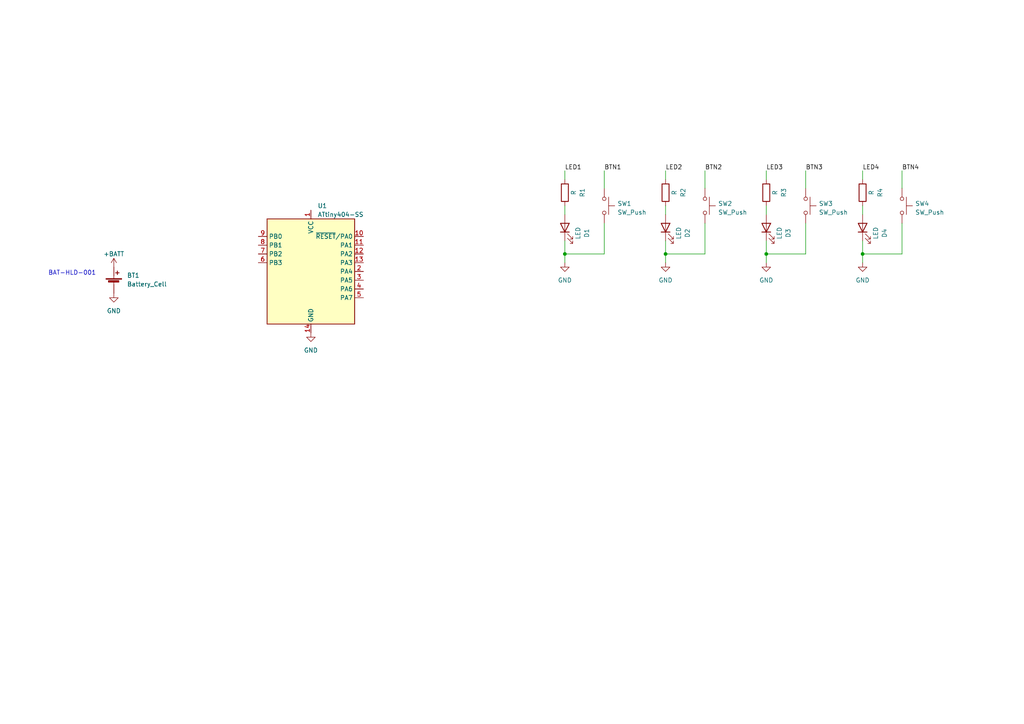
<source format=kicad_sch>
(kicad_sch (version 20230121) (generator eeschema)
  (paper "A4")
  (lib_symbols
    (symbol "Device:Battery_Cell" (pin_numbers hide) (pin_names (offset 0) hide)
      (property "Reference" "BT" (at 2.54 2.54 0))
      (property "Value" "Battery_Cell" (at 2.54 0 0))
      (symbol "Battery_Cell_0_1"
        (rectangle (start -2.286 1.778) (end 2.286 1.524) (fill (type outline)))
        (rectangle (start -1.5748 1.1938) (end 1.4732 0.6858) (fill (type outline)))
        (polyline (pts (xy 0 0.762) (xy 0 0)))
        (polyline (pts (xy 0 1.778) (xy 0 2.54)))
        (polyline (pts (xy 0.508 3.429) (xy 1.524 3.429)) (stroke (width 0.254)))
        (polyline (pts (xy 1.016 3.937) (xy 1.016 2.921)) (stroke (width 0.254)))
      )
      (symbol "Battery_Cell_1_1"
        (pin passive line (at 0 5.08 270) (length 2.54) (name "+") (number "1"))
        (pin passive line (at 0 -2.54 90) (length 2.54) (name "-") (number "2"))
      )
    )
    (symbol "Device:LED" (pin_numbers hide) (pin_names (offset 1.016) hide)
      (property "Reference" "D" (at 0 2.54 0))
      (property "Value" "LED" (at 0 -2.54 0))
      (symbol "LED_0_1"
        (polyline (pts (xy -1.27 -1.27) (xy -1.27 1.27)) (stroke (width 0.254)))
        (polyline (pts (xy -1.27 0) (xy 1.27 0)))
        (polyline (pts (xy 1.27 -1.27) (xy 1.27 1.27) (xy -1.27 0) (xy 1.27 -1.27)) (stroke (width 0.254)))
        (polyline (pts (xy -3.048 -0.762) (xy -4.572 -2.286) (xy -3.81 -2.286) (xy -4.572 -2.286) (xy -4.572 -1.524)))
        (polyline (pts (xy -1.778 -0.762) (xy -3.302 -2.286) (xy -2.54 -2.286) (xy -3.302 -2.286) (xy -3.302 -1.524)))
      )
      (symbol "LED_1_1"
        (pin passive line (at -3.81 0 0) (length 2.54) (name "K") (number "1"))
        (pin passive line (at 3.81 0 180) (length 2.54) (name "A") (number "2"))
      )
    )
    (symbol "Device:R" (pin_numbers hide) (pin_names (offset 0))
      (property "Reference" "R" (at 2.032 0 90))
      (property "Value" "R" (at 0 0 90))
      (symbol "R_0_1"
        (rectangle (start -1.016 -2.54) (end 1.016 2.54) (stroke (width 0.254)))
      )
      (symbol "R_1_1"
        (pin passive line (at 0 3.81 270) (length 1.27) (name "~") (number "1"))
        (pin passive line (at 0 -3.81 90) (length 1.27) (name "~") (number "2"))
      )
    )
    (symbol "MCU_Microchip_ATtiny:ATtiny404-SS"
      (property "Reference" "U" (at -12.7 16.51 0))
      (property "Value" "ATtiny404-SS" (at 2.54 -16.51 0))
      (symbol "ATtiny404-SS_0_1"
        (rectangle (start -12.7 -15.24) (end 12.7 15.24) (stroke (width 0.254)) (fill (type background)))
      )
      (symbol "ATtiny404-SS_1_1"
        (pin power_in line (at 0 17.78 270) (length 2.54) (name "VCC") (number "1"))
        (pin bidirectional line (at 15.24 10.16 180) (length 2.54) (name "~{RESET}/PA0") (number "10"))
        (pin bidirectional line (at 15.24 7.62 180) (length 2.54) (name "PA1") (number "11"))
        (pin bidirectional line (at 15.24 5.08 180) (length 2.54) (name "PA2") (number "12"))
        (pin bidirectional line (at 15.24 2.54 180) (length 2.54) (name "PA3") (number "13"))
        (pin power_in line (at 0 -17.78 90) (length 2.54) (name "GND") (number "14"))
        (pin bidirectional line (at 15.24 0 180) (length 2.54) (name "PA4") (number "2"))
        (pin bidirectional line (at 15.24 -2.54 180) (length 2.54) (name "PA5") (number "3"))
        (pin bidirectional line (at 15.24 -5.08 180) (length 2.54) (name "PA6") (number "4"))
        (pin bidirectional line (at 15.24 -7.62 180) (length 2.54) (name "PA7") (number "5"))
        (pin bidirectional line (at -15.24 2.54 0) (length 2.54) (name "PB3") (number "6"))
        (pin bidirectional line (at -15.24 5.08 0) (length 2.54) (name "PB2") (number "7"))
        (pin bidirectional line (at -15.24 7.62 0) (length 2.54) (name "PB1") (number "8"))
        (pin bidirectional line (at -15.24 10.16 0) (length 2.54) (name "PB0") (number "9"))
      )
    )
    (symbol "Switch:SW_Push" (pin_numbers hide) (pin_names (offset 1.016) hide)
      (property "Reference" "SW" (at 1.27 2.54 0))
      (property "Value" "SW_Push" (at 0 -1.524 0))
      (symbol "SW_Push_0_1"
        (circle (center -2.032 0) (radius 0.508))
        (polyline (pts (xy 0 1.27) (xy 0 3.048)))
        (polyline (pts (xy 2.54 1.27) (xy -2.54 1.27)))
        (circle (center 2.032 0) (radius 0.508))
        (pin passive line (at -5.08 0 0) (length 2.54) (name "1") (number "1"))
        (pin passive line (at 5.08 0 180) (length 2.54) (name "2") (number "2"))
      )
    )
    (symbol "power:+BATT" (power) (pin_names (offset 0))
      (property "Value" "+BATT" (at 0 3.556 0))
      (symbol "+BATT_0_1"
        (polyline (pts (xy -0.762 1.27) (xy 0 2.54)))
        (polyline (pts (xy 0 0) (xy 0 2.54)))
        (polyline (pts (xy 0 2.54) (xy 0.762 1.27)))
      )
      (symbol "+BATT_1_1"
        (pin power_in line (at 0 0 90) (length 0) hide (name "+BATT") (number "1"))
      )
    )
    (symbol "power:GND" (power) (pin_names (offset 0))
      (property "Value" "GND" (at 0 -3.81 0))
      (symbol "GND_0_1"
        (polyline (pts (xy 0 0) (xy 0 -1.27) (xy 1.27 -1.27) (xy 0 -2.54) (xy -1.27 -1.27) (xy 0 -1.27)))
      )
      (symbol "GND_1_1"
        (pin power_in line (at 0 0 270) (length 0) hide (name "GND") (number "1"))
      )
    )
  )
  (junction (at 163.83 73.66))
  (junction (at 193.04 73.66))
  (junction (at 222.25 73.66))
  (junction (at 250.19 73.66))
  (wire (pts (xy 222.25 49.53) (xy 222.25 52.07)))
  (wire (pts (xy 250.19 49.53) (xy 250.19 52.07)))
  (wire (pts (xy 222.25 59.69) (xy 222.25 62.23)))
  (wire (pts (xy 222.25 73.66) (xy 222.25 69.85)))
  (wire (pts (xy 193.04 73.66) (xy 193.04 69.85)))
  (wire (pts (xy 261.62 64.77) (xy 261.62 73.66)))
  (wire (pts (xy 175.26 49.53) (xy 175.26 54.61)))
  (wire (pts (xy 204.47 73.66) (xy 193.04 73.66)))
  (wire (pts (xy 222.25 76.2) (xy 222.25 73.66)))
  (wire (pts (xy 233.68 73.66) (xy 222.25 73.66)))
  (wire (pts (xy 175.26 73.66) (xy 163.83 73.66)))
  (wire (pts (xy 163.83 73.66) (xy 163.83 69.85)))
  (wire (pts (xy 193.04 76.2) (xy 193.04 73.66)))
  (wire (pts (xy 204.47 49.53) (xy 204.47 54.61)))
  (wire (pts (xy 250.19 73.66) (xy 250.19 69.85)))
  (wire (pts (xy 261.62 49.53) (xy 261.62 54.61)))
  (wire (pts (xy 193.04 59.69) (xy 193.04 62.23)))
  (wire (pts (xy 204.47 64.77) (xy 204.47 73.66)))
  (wire (pts (xy 233.68 64.77) (xy 233.68 73.66)))
  (wire (pts (xy 261.62 73.66) (xy 250.19 73.66)))
  (wire (pts (xy 250.19 76.2) (xy 250.19 73.66)))
  (wire (pts (xy 163.83 59.69) (xy 163.83 62.23)))
  (wire (pts (xy 233.68 49.53) (xy 233.68 54.61)))
  (wire (pts (xy 163.83 76.2) (xy 163.83 73.66)))
  (wire (pts (xy 193.04 49.53) (xy 193.04 52.07)))
  (wire (pts (xy 175.26 64.77) (xy 175.26 73.66)))
  (wire (pts (xy 250.19 59.69) (xy 250.19 62.23)))
  (wire (pts (xy 163.83 49.53) (xy 163.83 52.07)))
  (text "BAT-HLD-001" (at 13.97 80.01 0) (effects (font (size 1.27 1.27)) (justify left bottom)))
  (label "BTN3" (at 233.68 49.53 0))
  (label "LED1" (at 163.83 49.53 0))
  (label "LED3" (at 222.25 49.53 0))
  (label "BTN1" (at 175.26 49.53 0))
  (label "BTN2" (at 204.47 49.53 0))
  (label "LED4" (at 250.19 49.53 0))
  (label "BTN4" (at 261.62 49.53 0))
  (label "LED2" (at 193.04 49.53 0))
  (symbol (lib_id "MCU_Microchip_ATtiny:ATtiny404-SS") (at 90.17 78.74 0) (unit 1)
    (property "Reference" "U1" (at 92.1259 59.69 0) (effects (justify left)))
    (property "Value" "ATtiny404-SS" (at 92.1259 62.23 0) (effects (justify left)))
    (property "Footprint" "Package_SO:SOIC-14_3.9x8.7mm_P1.27mm" (effects hide))
    (property "Datasheet" "http://ww1.microchip.com/downloads/en/DeviceDoc/50002687A.pdf" (effects hide))
  )
  (symbol (lib_id "Device:Battery_Cell") (at 33.02 82.55 0) (unit 1)
    (property "Reference" "BT1" (at 36.83 79.883 0) (effects (justify left)))
    (property "Value" "Battery_Cell" (at 36.83 82.423 0) (effects (justify left)))
  )
  (symbol (lib_id "Device:LED") (at 222.25 66.04 90) (unit 1)
    (property "Reference" "D3" (at 228.6 67.6275 0))
    (property "Value" "LED" (at 226.06 67.6275 0))
  )
  (symbol (lib_id "power:GND") (at 222.25 76.2 0) (unit 1)
    (property "Reference" "#PWR06" (effects hide))
    (property "Value" "GND" (at 222.25 81.28 0))
  )
  (symbol (lib_id "Switch:SW_Push") (at 261.62 59.69 270) (unit 1)
    (property "Reference" "SW4" (at 265.43 59.055 90) (effects (justify left)))
    (property "Value" "SW_Push" (at 265.43 61.595 90) (effects (justify left)))
  )
  (symbol (lib_id "Device:R") (at 193.04 55.88 0) (unit 1)
    (property "Reference" "R2" (at 198.12 55.88 90))
    (property "Value" "R" (at 195.58 55.88 90))
  )
  (symbol (lib_id "Device:R") (at 250.19 55.88 0) (unit 1)
    (property "Reference" "R4" (at 255.27 55.88 90))
    (property "Value" "R" (at 252.73 55.88 90))
  )
  (symbol (lib_id "power:GND") (at 250.19 76.2 0) (unit 1)
    (property "Reference" "#PWR07" (effects hide))
    (property "Value" "GND" (at 250.19 81.28 0))
  )
  (symbol (lib_id "Device:LED") (at 250.19 66.04 90) (unit 1)
    (property "Reference" "D4" (at 256.54 67.6275 0))
    (property "Value" "LED" (at 254 67.6275 0))
  )
  (symbol (lib_id "Switch:SW_Push") (at 204.47 59.69 270) (unit 1)
    (property "Reference" "SW2" (at 208.28 59.055 90) (effects (justify left)))
    (property "Value" "SW_Push" (at 208.28 61.595 90) (effects (justify left)))
  )
  (symbol (lib_id "power:GND") (at 90.17 96.52 0) (unit 1)
    (property "Reference" "#PWR03" (effects hide))
    (property "Value" "GND" (at 90.17 101.6 0))
  )
  (symbol (lib_id "Device:LED") (at 193.04 66.04 90) (unit 1)
    (property "Reference" "D2" (at 199.39 67.6275 0))
    (property "Value" "LED" (at 196.85 67.6275 0))
  )
  (symbol (lib_id "power:GND") (at 163.83 76.2 0) (unit 1)
    (property "Reference" "#PWR04" (effects hide))
    (property "Value" "GND" (at 163.83 81.28 0))
  )
  (symbol (lib_id "Device:R") (at 163.83 55.88 0) (unit 1)
    (property "Reference" "R1" (at 168.91 55.88 90))
    (property "Value" "R" (at 166.37 55.88 90))
  )
  (symbol (lib_id "power:+BATT") (at 33.02 77.47 0) (unit 1)
    (property "Reference" "#PWR02" (effects hide))
    (property "Value" "+BATT" (at 33.02 73.66 0))
  )
  (symbol (lib_id "Device:R") (at 222.25 55.88 0) (unit 1)
    (property "Reference" "R3" (at 227.33 55.88 90))
    (property "Value" "R" (at 224.79 55.88 90))
  )
  (symbol (lib_id "power:GND") (at 33.02 85.09 0) (unit 1)
    (property "Reference" "#PWR01" (effects hide))
    (property "Value" "GND" (at 33.02 90.17 0))
  )
  (symbol (lib_id "Switch:SW_Push") (at 233.68 59.69 270) (unit 1)
    (property "Reference" "SW3" (at 237.49 59.055 90) (effects (justify left)))
    (property "Value" "SW_Push" (at 237.49 61.595 90) (effects (justify left)))
  )
  (symbol (lib_id "Switch:SW_Push") (at 175.26 59.69 270) (unit 1)
    (property "Reference" "SW1" (at 179.07 59.055 90) (effects (justify left)))
    (property "Value" "SW_Push" (at 179.07 61.595 90) (effects (justify left)))
  )
  (symbol (lib_id "Device:LED") (at 163.83 66.04 90) (unit 1)
    (property "Reference" "D1" (at 170.18 67.6275 0))
    (property "Value" "LED" (at 167.64 67.6275 0))
  )
  (symbol (lib_id "power:GND") (at 193.04 76.2 0) (unit 1)
    (property "Reference" "#PWR05" (effects hide))
    (property "Value" "GND" (at 193.04 81.28 0))
  )
)
</source>
